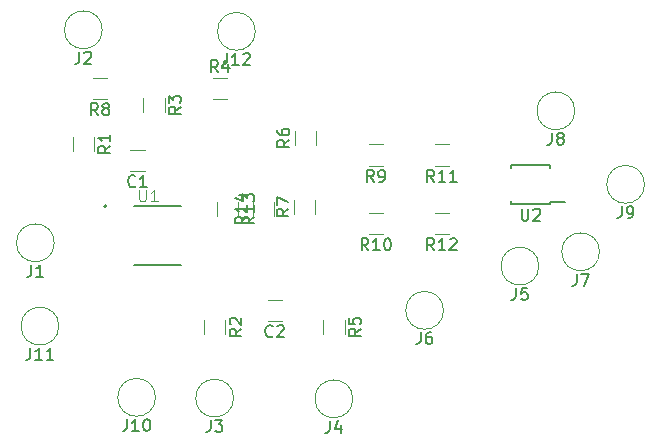
<source format=gbr>
%TF.GenerationSoftware,KiCad,Pcbnew,5.1.6-c6e7f7d~86~ubuntu18.04.1*%
%TF.CreationDate,2020-08-21T18:27:22+12:00*%
%TF.ProjectId,Biasing and 10V Test,42696173-696e-4672-9061-6e6420313056,rev?*%
%TF.SameCoordinates,Original*%
%TF.FileFunction,Legend,Top*%
%TF.FilePolarity,Positive*%
%FSLAX46Y46*%
G04 Gerber Fmt 4.6, Leading zero omitted, Abs format (unit mm)*
G04 Created by KiCad (PCBNEW 5.1.6-c6e7f7d~86~ubuntu18.04.1) date 2020-08-21 18:27:22*
%MOMM*%
%LPD*%
G01*
G04 APERTURE LIST*
%ADD10C,0.120000*%
%ADD11C,0.127000*%
%ADD12C,0.200000*%
%ADD13C,0.150000*%
%ADD14C,0.015000*%
G04 APERTURE END LIST*
D10*
%TO.C,C1*%
X120620064Y-74379500D02*
X119415936Y-74379500D01*
X120620064Y-72559500D02*
X119415936Y-72559500D01*
%TO.C,C2*%
X132240564Y-85259500D02*
X131036436Y-85259500D01*
X132240564Y-87079500D02*
X131036436Y-87079500D01*
%TO.C,J1*%
X112979781Y-80454500D02*
G75*
G03*
X112979781Y-80454500I-1600781J0D01*
G01*
%TO.C,J2*%
X117043781Y-62420500D02*
G75*
G03*
X117043781Y-62420500I-1600781J0D01*
G01*
%TO.C,J3*%
X128156281Y-93599000D02*
G75*
G03*
X128156281Y-93599000I-1600781J0D01*
G01*
%TO.C,J4*%
X138252781Y-93662500D02*
G75*
G03*
X138252781Y-93662500I-1600781J0D01*
G01*
%TO.C,J5*%
X154000781Y-82423000D02*
G75*
G03*
X154000781Y-82423000I-1600781J0D01*
G01*
%TO.C,J6*%
X145936281Y-86169500D02*
G75*
G03*
X145936281Y-86169500I-1600781J0D01*
G01*
%TO.C,J7*%
X159144281Y-81216500D02*
G75*
G03*
X159144281Y-81216500I-1600781J0D01*
G01*
%TO.C,J8*%
X157048781Y-69278500D02*
G75*
G03*
X157048781Y-69278500I-1600781J0D01*
G01*
%TO.C,J9*%
X162954281Y-75501500D02*
G75*
G03*
X162954281Y-75501500I-1600781J0D01*
G01*
%TO.C,J10*%
X121552281Y-93535500D02*
G75*
G03*
X121552281Y-93535500I-1600781J0D01*
G01*
%TO.C,R1*%
X114533000Y-71467436D02*
X114533000Y-72671564D01*
X116353000Y-71467436D02*
X116353000Y-72671564D01*
%TO.C,R2*%
X125645500Y-86961436D02*
X125645500Y-88165564D01*
X127465500Y-86961436D02*
X127465500Y-88165564D01*
%TO.C,R3*%
X122322000Y-68171436D02*
X122322000Y-69375564D01*
X120502000Y-68171436D02*
X120502000Y-69375564D01*
%TO.C,R4*%
X126400936Y-68283500D02*
X127605064Y-68283500D01*
X126400936Y-66463500D02*
X127605064Y-66463500D01*
%TO.C,R5*%
X135742000Y-86967436D02*
X135742000Y-88171564D01*
X137562000Y-86967436D02*
X137562000Y-88171564D01*
%TO.C,R6*%
X135149000Y-72169564D02*
X135149000Y-70965436D01*
X133329000Y-72169564D02*
X133329000Y-70965436D01*
%TO.C,R7*%
X135085500Y-78008564D02*
X135085500Y-76804436D01*
X133265500Y-78008564D02*
X133265500Y-76804436D01*
%TO.C,R8*%
X117445064Y-68283500D02*
X116240936Y-68283500D01*
X117445064Y-66463500D02*
X116240936Y-66463500D01*
%TO.C,R9*%
X140807064Y-73935000D02*
X139602936Y-73935000D01*
X140807064Y-72115000D02*
X139602936Y-72115000D01*
%TO.C,R10*%
X140813064Y-79713500D02*
X139608936Y-79713500D01*
X140813064Y-77893500D02*
X139608936Y-77893500D01*
%TO.C,R11*%
X146395064Y-73935000D02*
X145190936Y-73935000D01*
X146395064Y-72115000D02*
X145190936Y-72115000D01*
%TO.C,R12*%
X146395064Y-77893500D02*
X145190936Y-77893500D01*
X146395064Y-79713500D02*
X145190936Y-79713500D01*
%TO.C,R13*%
X128545000Y-76994936D02*
X128545000Y-78199064D01*
X126725000Y-76994936D02*
X126725000Y-78199064D01*
%TO.C,R14*%
X129773000Y-78196064D02*
X129773000Y-76991936D01*
X131593000Y-78196064D02*
X131593000Y-76991936D01*
D11*
%TO.C,U1*%
X119729500Y-82329500D02*
X123729500Y-82329500D01*
X119729500Y-77309500D02*
X123729500Y-77309500D01*
D12*
X117384500Y-77344500D02*
G75*
G03*
X117384500Y-77344500I-100000J0D01*
G01*
D13*
%TO.C,U2*%
X154986500Y-76967500D02*
X156211500Y-76967500D01*
X154986500Y-73842500D02*
X151636500Y-73842500D01*
X154986500Y-77192500D02*
X151636500Y-77192500D01*
X154986500Y-73842500D02*
X154986500Y-74142500D01*
X151636500Y-73842500D02*
X151636500Y-74142500D01*
X151636500Y-77192500D02*
X151636500Y-76892500D01*
X154986500Y-77192500D02*
X154986500Y-76967500D01*
D10*
%TO.C,J11*%
X113360781Y-87503000D02*
G75*
G03*
X113360781Y-87503000I-1600781J0D01*
G01*
%TO.C,J12*%
X129997781Y-62547500D02*
G75*
G03*
X129997781Y-62547500I-1600781J0D01*
G01*
%TO.C,C1*%
D13*
X119851333Y-75646642D02*
X119803714Y-75694261D01*
X119660857Y-75741880D01*
X119565619Y-75741880D01*
X119422761Y-75694261D01*
X119327523Y-75599023D01*
X119279904Y-75503785D01*
X119232285Y-75313309D01*
X119232285Y-75170452D01*
X119279904Y-74979976D01*
X119327523Y-74884738D01*
X119422761Y-74789500D01*
X119565619Y-74741880D01*
X119660857Y-74741880D01*
X119803714Y-74789500D01*
X119851333Y-74837119D01*
X120803714Y-75741880D02*
X120232285Y-75741880D01*
X120518000Y-75741880D02*
X120518000Y-74741880D01*
X120422761Y-74884738D01*
X120327523Y-74979976D01*
X120232285Y-75027595D01*
%TO.C,C2*%
X131471833Y-88346642D02*
X131424214Y-88394261D01*
X131281357Y-88441880D01*
X131186119Y-88441880D01*
X131043261Y-88394261D01*
X130948023Y-88299023D01*
X130900404Y-88203785D01*
X130852785Y-88013309D01*
X130852785Y-87870452D01*
X130900404Y-87679976D01*
X130948023Y-87584738D01*
X131043261Y-87489500D01*
X131186119Y-87441880D01*
X131281357Y-87441880D01*
X131424214Y-87489500D01*
X131471833Y-87537119D01*
X131852785Y-87537119D02*
X131900404Y-87489500D01*
X131995642Y-87441880D01*
X132233738Y-87441880D01*
X132328976Y-87489500D01*
X132376595Y-87537119D01*
X132424214Y-87632357D01*
X132424214Y-87727595D01*
X132376595Y-87870452D01*
X131805166Y-88441880D01*
X132424214Y-88441880D01*
%TO.C,J1*%
X111045666Y-82306880D02*
X111045666Y-83021166D01*
X110998047Y-83164023D01*
X110902809Y-83259261D01*
X110759952Y-83306880D01*
X110664714Y-83306880D01*
X112045666Y-83306880D02*
X111474238Y-83306880D01*
X111759952Y-83306880D02*
X111759952Y-82306880D01*
X111664714Y-82449738D01*
X111569476Y-82544976D01*
X111474238Y-82592595D01*
%TO.C,J2*%
X115109666Y-64272880D02*
X115109666Y-64987166D01*
X115062047Y-65130023D01*
X114966809Y-65225261D01*
X114823952Y-65272880D01*
X114728714Y-65272880D01*
X115538238Y-64368119D02*
X115585857Y-64320500D01*
X115681095Y-64272880D01*
X115919190Y-64272880D01*
X116014428Y-64320500D01*
X116062047Y-64368119D01*
X116109666Y-64463357D01*
X116109666Y-64558595D01*
X116062047Y-64701452D01*
X115490619Y-65272880D01*
X116109666Y-65272880D01*
%TO.C,J3*%
X126222166Y-95451380D02*
X126222166Y-96165666D01*
X126174547Y-96308523D01*
X126079309Y-96403761D01*
X125936452Y-96451380D01*
X125841214Y-96451380D01*
X126603119Y-95451380D02*
X127222166Y-95451380D01*
X126888833Y-95832333D01*
X127031690Y-95832333D01*
X127126928Y-95879952D01*
X127174547Y-95927571D01*
X127222166Y-96022809D01*
X127222166Y-96260904D01*
X127174547Y-96356142D01*
X127126928Y-96403761D01*
X127031690Y-96451380D01*
X126745976Y-96451380D01*
X126650738Y-96403761D01*
X126603119Y-96356142D01*
%TO.C,J4*%
X136318666Y-95514880D02*
X136318666Y-96229166D01*
X136271047Y-96372023D01*
X136175809Y-96467261D01*
X136032952Y-96514880D01*
X135937714Y-96514880D01*
X137223428Y-95848214D02*
X137223428Y-96514880D01*
X136985333Y-95467261D02*
X136747238Y-96181547D01*
X137366285Y-96181547D01*
%TO.C,J5*%
X152066666Y-84275380D02*
X152066666Y-84989666D01*
X152019047Y-85132523D01*
X151923809Y-85227761D01*
X151780952Y-85275380D01*
X151685714Y-85275380D01*
X153019047Y-84275380D02*
X152542857Y-84275380D01*
X152495238Y-84751571D01*
X152542857Y-84703952D01*
X152638095Y-84656333D01*
X152876190Y-84656333D01*
X152971428Y-84703952D01*
X153019047Y-84751571D01*
X153066666Y-84846809D01*
X153066666Y-85084904D01*
X153019047Y-85180142D01*
X152971428Y-85227761D01*
X152876190Y-85275380D01*
X152638095Y-85275380D01*
X152542857Y-85227761D01*
X152495238Y-85180142D01*
%TO.C,J6*%
X144002166Y-88021880D02*
X144002166Y-88736166D01*
X143954547Y-88879023D01*
X143859309Y-88974261D01*
X143716452Y-89021880D01*
X143621214Y-89021880D01*
X144906928Y-88021880D02*
X144716452Y-88021880D01*
X144621214Y-88069500D01*
X144573595Y-88117119D01*
X144478357Y-88259976D01*
X144430738Y-88450452D01*
X144430738Y-88831404D01*
X144478357Y-88926642D01*
X144525976Y-88974261D01*
X144621214Y-89021880D01*
X144811690Y-89021880D01*
X144906928Y-88974261D01*
X144954547Y-88926642D01*
X145002166Y-88831404D01*
X145002166Y-88593309D01*
X144954547Y-88498071D01*
X144906928Y-88450452D01*
X144811690Y-88402833D01*
X144621214Y-88402833D01*
X144525976Y-88450452D01*
X144478357Y-88498071D01*
X144430738Y-88593309D01*
%TO.C,J7*%
X157210166Y-83068880D02*
X157210166Y-83783166D01*
X157162547Y-83926023D01*
X157067309Y-84021261D01*
X156924452Y-84068880D01*
X156829214Y-84068880D01*
X157591119Y-83068880D02*
X158257785Y-83068880D01*
X157829214Y-84068880D01*
%TO.C,J8*%
X155114666Y-71130880D02*
X155114666Y-71845166D01*
X155067047Y-71988023D01*
X154971809Y-72083261D01*
X154828952Y-72130880D01*
X154733714Y-72130880D01*
X155733714Y-71559452D02*
X155638476Y-71511833D01*
X155590857Y-71464214D01*
X155543238Y-71368976D01*
X155543238Y-71321357D01*
X155590857Y-71226119D01*
X155638476Y-71178500D01*
X155733714Y-71130880D01*
X155924190Y-71130880D01*
X156019428Y-71178500D01*
X156067047Y-71226119D01*
X156114666Y-71321357D01*
X156114666Y-71368976D01*
X156067047Y-71464214D01*
X156019428Y-71511833D01*
X155924190Y-71559452D01*
X155733714Y-71559452D01*
X155638476Y-71607071D01*
X155590857Y-71654690D01*
X155543238Y-71749928D01*
X155543238Y-71940404D01*
X155590857Y-72035642D01*
X155638476Y-72083261D01*
X155733714Y-72130880D01*
X155924190Y-72130880D01*
X156019428Y-72083261D01*
X156067047Y-72035642D01*
X156114666Y-71940404D01*
X156114666Y-71749928D01*
X156067047Y-71654690D01*
X156019428Y-71607071D01*
X155924190Y-71559452D01*
%TO.C,J9*%
X161020166Y-77353880D02*
X161020166Y-78068166D01*
X160972547Y-78211023D01*
X160877309Y-78306261D01*
X160734452Y-78353880D01*
X160639214Y-78353880D01*
X161543976Y-78353880D02*
X161734452Y-78353880D01*
X161829690Y-78306261D01*
X161877309Y-78258642D01*
X161972547Y-78115785D01*
X162020166Y-77925309D01*
X162020166Y-77544357D01*
X161972547Y-77449119D01*
X161924928Y-77401500D01*
X161829690Y-77353880D01*
X161639214Y-77353880D01*
X161543976Y-77401500D01*
X161496357Y-77449119D01*
X161448738Y-77544357D01*
X161448738Y-77782452D01*
X161496357Y-77877690D01*
X161543976Y-77925309D01*
X161639214Y-77972928D01*
X161829690Y-77972928D01*
X161924928Y-77925309D01*
X161972547Y-77877690D01*
X162020166Y-77782452D01*
%TO.C,J10*%
X119141976Y-95387880D02*
X119141976Y-96102166D01*
X119094357Y-96245023D01*
X118999119Y-96340261D01*
X118856261Y-96387880D01*
X118761023Y-96387880D01*
X120141976Y-96387880D02*
X119570547Y-96387880D01*
X119856261Y-96387880D02*
X119856261Y-95387880D01*
X119761023Y-95530738D01*
X119665785Y-95625976D01*
X119570547Y-95673595D01*
X120761023Y-95387880D02*
X120856261Y-95387880D01*
X120951500Y-95435500D01*
X120999119Y-95483119D01*
X121046738Y-95578357D01*
X121094357Y-95768833D01*
X121094357Y-96006928D01*
X121046738Y-96197404D01*
X120999119Y-96292642D01*
X120951500Y-96340261D01*
X120856261Y-96387880D01*
X120761023Y-96387880D01*
X120665785Y-96340261D01*
X120618166Y-96292642D01*
X120570547Y-96197404D01*
X120522928Y-96006928D01*
X120522928Y-95768833D01*
X120570547Y-95578357D01*
X120618166Y-95483119D01*
X120665785Y-95435500D01*
X120761023Y-95387880D01*
%TO.C,R1*%
X117715380Y-72236166D02*
X117239190Y-72569500D01*
X117715380Y-72807595D02*
X116715380Y-72807595D01*
X116715380Y-72426642D01*
X116763000Y-72331404D01*
X116810619Y-72283785D01*
X116905857Y-72236166D01*
X117048714Y-72236166D01*
X117143952Y-72283785D01*
X117191571Y-72331404D01*
X117239190Y-72426642D01*
X117239190Y-72807595D01*
X117715380Y-71283785D02*
X117715380Y-71855214D01*
X117715380Y-71569500D02*
X116715380Y-71569500D01*
X116858238Y-71664738D01*
X116953476Y-71759976D01*
X117001095Y-71855214D01*
%TO.C,R2*%
X128827880Y-87730166D02*
X128351690Y-88063500D01*
X128827880Y-88301595D02*
X127827880Y-88301595D01*
X127827880Y-87920642D01*
X127875500Y-87825404D01*
X127923119Y-87777785D01*
X128018357Y-87730166D01*
X128161214Y-87730166D01*
X128256452Y-87777785D01*
X128304071Y-87825404D01*
X128351690Y-87920642D01*
X128351690Y-88301595D01*
X127923119Y-87349214D02*
X127875500Y-87301595D01*
X127827880Y-87206357D01*
X127827880Y-86968261D01*
X127875500Y-86873023D01*
X127923119Y-86825404D01*
X128018357Y-86777785D01*
X128113595Y-86777785D01*
X128256452Y-86825404D01*
X128827880Y-87396833D01*
X128827880Y-86777785D01*
%TO.C,R3*%
X123684380Y-68940166D02*
X123208190Y-69273500D01*
X123684380Y-69511595D02*
X122684380Y-69511595D01*
X122684380Y-69130642D01*
X122732000Y-69035404D01*
X122779619Y-68987785D01*
X122874857Y-68940166D01*
X123017714Y-68940166D01*
X123112952Y-68987785D01*
X123160571Y-69035404D01*
X123208190Y-69130642D01*
X123208190Y-69511595D01*
X122684380Y-68606833D02*
X122684380Y-67987785D01*
X123065333Y-68321119D01*
X123065333Y-68178261D01*
X123112952Y-68083023D01*
X123160571Y-68035404D01*
X123255809Y-67987785D01*
X123493904Y-67987785D01*
X123589142Y-68035404D01*
X123636761Y-68083023D01*
X123684380Y-68178261D01*
X123684380Y-68463976D01*
X123636761Y-68559214D01*
X123589142Y-68606833D01*
%TO.C,R4*%
X126836333Y-66005880D02*
X126503000Y-65529690D01*
X126264904Y-66005880D02*
X126264904Y-65005880D01*
X126645857Y-65005880D01*
X126741095Y-65053500D01*
X126788714Y-65101119D01*
X126836333Y-65196357D01*
X126836333Y-65339214D01*
X126788714Y-65434452D01*
X126741095Y-65482071D01*
X126645857Y-65529690D01*
X126264904Y-65529690D01*
X127693476Y-65339214D02*
X127693476Y-66005880D01*
X127455380Y-64958261D02*
X127217285Y-65672547D01*
X127836333Y-65672547D01*
%TO.C,R5*%
X138924380Y-87736166D02*
X138448190Y-88069500D01*
X138924380Y-88307595D02*
X137924380Y-88307595D01*
X137924380Y-87926642D01*
X137972000Y-87831404D01*
X138019619Y-87783785D01*
X138114857Y-87736166D01*
X138257714Y-87736166D01*
X138352952Y-87783785D01*
X138400571Y-87831404D01*
X138448190Y-87926642D01*
X138448190Y-88307595D01*
X137924380Y-86831404D02*
X137924380Y-87307595D01*
X138400571Y-87355214D01*
X138352952Y-87307595D01*
X138305333Y-87212357D01*
X138305333Y-86974261D01*
X138352952Y-86879023D01*
X138400571Y-86831404D01*
X138495809Y-86783785D01*
X138733904Y-86783785D01*
X138829142Y-86831404D01*
X138876761Y-86879023D01*
X138924380Y-86974261D01*
X138924380Y-87212357D01*
X138876761Y-87307595D01*
X138829142Y-87355214D01*
%TO.C,R6*%
X132871380Y-71734166D02*
X132395190Y-72067500D01*
X132871380Y-72305595D02*
X131871380Y-72305595D01*
X131871380Y-71924642D01*
X131919000Y-71829404D01*
X131966619Y-71781785D01*
X132061857Y-71734166D01*
X132204714Y-71734166D01*
X132299952Y-71781785D01*
X132347571Y-71829404D01*
X132395190Y-71924642D01*
X132395190Y-72305595D01*
X131871380Y-70877023D02*
X131871380Y-71067500D01*
X131919000Y-71162738D01*
X131966619Y-71210357D01*
X132109476Y-71305595D01*
X132299952Y-71353214D01*
X132680904Y-71353214D01*
X132776142Y-71305595D01*
X132823761Y-71257976D01*
X132871380Y-71162738D01*
X132871380Y-70972261D01*
X132823761Y-70877023D01*
X132776142Y-70829404D01*
X132680904Y-70781785D01*
X132442809Y-70781785D01*
X132347571Y-70829404D01*
X132299952Y-70877023D01*
X132252333Y-70972261D01*
X132252333Y-71162738D01*
X132299952Y-71257976D01*
X132347571Y-71305595D01*
X132442809Y-71353214D01*
%TO.C,R7*%
X132807880Y-77573166D02*
X132331690Y-77906500D01*
X132807880Y-78144595D02*
X131807880Y-78144595D01*
X131807880Y-77763642D01*
X131855500Y-77668404D01*
X131903119Y-77620785D01*
X131998357Y-77573166D01*
X132141214Y-77573166D01*
X132236452Y-77620785D01*
X132284071Y-77668404D01*
X132331690Y-77763642D01*
X132331690Y-78144595D01*
X131807880Y-77239833D02*
X131807880Y-76573166D01*
X132807880Y-77001738D01*
%TO.C,R8*%
X116676333Y-69645880D02*
X116343000Y-69169690D01*
X116104904Y-69645880D02*
X116104904Y-68645880D01*
X116485857Y-68645880D01*
X116581095Y-68693500D01*
X116628714Y-68741119D01*
X116676333Y-68836357D01*
X116676333Y-68979214D01*
X116628714Y-69074452D01*
X116581095Y-69122071D01*
X116485857Y-69169690D01*
X116104904Y-69169690D01*
X117247761Y-69074452D02*
X117152523Y-69026833D01*
X117104904Y-68979214D01*
X117057285Y-68883976D01*
X117057285Y-68836357D01*
X117104904Y-68741119D01*
X117152523Y-68693500D01*
X117247761Y-68645880D01*
X117438238Y-68645880D01*
X117533476Y-68693500D01*
X117581095Y-68741119D01*
X117628714Y-68836357D01*
X117628714Y-68883976D01*
X117581095Y-68979214D01*
X117533476Y-69026833D01*
X117438238Y-69074452D01*
X117247761Y-69074452D01*
X117152523Y-69122071D01*
X117104904Y-69169690D01*
X117057285Y-69264928D01*
X117057285Y-69455404D01*
X117104904Y-69550642D01*
X117152523Y-69598261D01*
X117247761Y-69645880D01*
X117438238Y-69645880D01*
X117533476Y-69598261D01*
X117581095Y-69550642D01*
X117628714Y-69455404D01*
X117628714Y-69264928D01*
X117581095Y-69169690D01*
X117533476Y-69122071D01*
X117438238Y-69074452D01*
%TO.C,R9*%
X140038333Y-75297380D02*
X139705000Y-74821190D01*
X139466904Y-75297380D02*
X139466904Y-74297380D01*
X139847857Y-74297380D01*
X139943095Y-74345000D01*
X139990714Y-74392619D01*
X140038333Y-74487857D01*
X140038333Y-74630714D01*
X139990714Y-74725952D01*
X139943095Y-74773571D01*
X139847857Y-74821190D01*
X139466904Y-74821190D01*
X140514523Y-75297380D02*
X140705000Y-75297380D01*
X140800238Y-75249761D01*
X140847857Y-75202142D01*
X140943095Y-75059285D01*
X140990714Y-74868809D01*
X140990714Y-74487857D01*
X140943095Y-74392619D01*
X140895476Y-74345000D01*
X140800238Y-74297380D01*
X140609761Y-74297380D01*
X140514523Y-74345000D01*
X140466904Y-74392619D01*
X140419285Y-74487857D01*
X140419285Y-74725952D01*
X140466904Y-74821190D01*
X140514523Y-74868809D01*
X140609761Y-74916428D01*
X140800238Y-74916428D01*
X140895476Y-74868809D01*
X140943095Y-74821190D01*
X140990714Y-74725952D01*
%TO.C,R10*%
X139568142Y-81075880D02*
X139234809Y-80599690D01*
X138996714Y-81075880D02*
X138996714Y-80075880D01*
X139377666Y-80075880D01*
X139472904Y-80123500D01*
X139520523Y-80171119D01*
X139568142Y-80266357D01*
X139568142Y-80409214D01*
X139520523Y-80504452D01*
X139472904Y-80552071D01*
X139377666Y-80599690D01*
X138996714Y-80599690D01*
X140520523Y-81075880D02*
X139949095Y-81075880D01*
X140234809Y-81075880D02*
X140234809Y-80075880D01*
X140139571Y-80218738D01*
X140044333Y-80313976D01*
X139949095Y-80361595D01*
X141139571Y-80075880D02*
X141234809Y-80075880D01*
X141330047Y-80123500D01*
X141377666Y-80171119D01*
X141425285Y-80266357D01*
X141472904Y-80456833D01*
X141472904Y-80694928D01*
X141425285Y-80885404D01*
X141377666Y-80980642D01*
X141330047Y-81028261D01*
X141234809Y-81075880D01*
X141139571Y-81075880D01*
X141044333Y-81028261D01*
X140996714Y-80980642D01*
X140949095Y-80885404D01*
X140901476Y-80694928D01*
X140901476Y-80456833D01*
X140949095Y-80266357D01*
X140996714Y-80171119D01*
X141044333Y-80123500D01*
X141139571Y-80075880D01*
%TO.C,R11*%
X145150142Y-75297380D02*
X144816809Y-74821190D01*
X144578714Y-75297380D02*
X144578714Y-74297380D01*
X144959666Y-74297380D01*
X145054904Y-74345000D01*
X145102523Y-74392619D01*
X145150142Y-74487857D01*
X145150142Y-74630714D01*
X145102523Y-74725952D01*
X145054904Y-74773571D01*
X144959666Y-74821190D01*
X144578714Y-74821190D01*
X146102523Y-75297380D02*
X145531095Y-75297380D01*
X145816809Y-75297380D02*
X145816809Y-74297380D01*
X145721571Y-74440238D01*
X145626333Y-74535476D01*
X145531095Y-74583095D01*
X147054904Y-75297380D02*
X146483476Y-75297380D01*
X146769190Y-75297380D02*
X146769190Y-74297380D01*
X146673952Y-74440238D01*
X146578714Y-74535476D01*
X146483476Y-74583095D01*
%TO.C,R12*%
X145150142Y-81075880D02*
X144816809Y-80599690D01*
X144578714Y-81075880D02*
X144578714Y-80075880D01*
X144959666Y-80075880D01*
X145054904Y-80123500D01*
X145102523Y-80171119D01*
X145150142Y-80266357D01*
X145150142Y-80409214D01*
X145102523Y-80504452D01*
X145054904Y-80552071D01*
X144959666Y-80599690D01*
X144578714Y-80599690D01*
X146102523Y-81075880D02*
X145531095Y-81075880D01*
X145816809Y-81075880D02*
X145816809Y-80075880D01*
X145721571Y-80218738D01*
X145626333Y-80313976D01*
X145531095Y-80361595D01*
X146483476Y-80171119D02*
X146531095Y-80123500D01*
X146626333Y-80075880D01*
X146864428Y-80075880D01*
X146959666Y-80123500D01*
X147007285Y-80171119D01*
X147054904Y-80266357D01*
X147054904Y-80361595D01*
X147007285Y-80504452D01*
X146435857Y-81075880D01*
X147054904Y-81075880D01*
%TO.C,R13*%
X129907380Y-78239857D02*
X129431190Y-78573190D01*
X129907380Y-78811285D02*
X128907380Y-78811285D01*
X128907380Y-78430333D01*
X128955000Y-78335095D01*
X129002619Y-78287476D01*
X129097857Y-78239857D01*
X129240714Y-78239857D01*
X129335952Y-78287476D01*
X129383571Y-78335095D01*
X129431190Y-78430333D01*
X129431190Y-78811285D01*
X129907380Y-77287476D02*
X129907380Y-77858904D01*
X129907380Y-77573190D02*
X128907380Y-77573190D01*
X129050238Y-77668428D01*
X129145476Y-77763666D01*
X129193095Y-77858904D01*
X128907380Y-76954142D02*
X128907380Y-76335095D01*
X129288333Y-76668428D01*
X129288333Y-76525571D01*
X129335952Y-76430333D01*
X129383571Y-76382714D01*
X129478809Y-76335095D01*
X129716904Y-76335095D01*
X129812142Y-76382714D01*
X129859761Y-76430333D01*
X129907380Y-76525571D01*
X129907380Y-76811285D01*
X129859761Y-76906523D01*
X129812142Y-76954142D01*
%TO.C,R14*%
X129315380Y-78236857D02*
X128839190Y-78570190D01*
X129315380Y-78808285D02*
X128315380Y-78808285D01*
X128315380Y-78427333D01*
X128363000Y-78332095D01*
X128410619Y-78284476D01*
X128505857Y-78236857D01*
X128648714Y-78236857D01*
X128743952Y-78284476D01*
X128791571Y-78332095D01*
X128839190Y-78427333D01*
X128839190Y-78808285D01*
X129315380Y-77284476D02*
X129315380Y-77855904D01*
X129315380Y-77570190D02*
X128315380Y-77570190D01*
X128458238Y-77665428D01*
X128553476Y-77760666D01*
X128601095Y-77855904D01*
X128648714Y-76427333D02*
X129315380Y-76427333D01*
X128267761Y-76665428D02*
X128982047Y-76903523D01*
X128982047Y-76284476D01*
%TO.C,U1*%
D14*
X120172595Y-75949880D02*
X120172595Y-76759404D01*
X120220214Y-76854642D01*
X120267833Y-76902261D01*
X120363071Y-76949880D01*
X120553547Y-76949880D01*
X120648785Y-76902261D01*
X120696404Y-76854642D01*
X120744023Y-76759404D01*
X120744023Y-75949880D01*
X121744023Y-76949880D02*
X121172595Y-76949880D01*
X121458309Y-76949880D02*
X121458309Y-75949880D01*
X121363071Y-76092738D01*
X121267833Y-76187976D01*
X121172595Y-76235595D01*
%TO.C,U2*%
D13*
X152549595Y-77569880D02*
X152549595Y-78379404D01*
X152597214Y-78474642D01*
X152644833Y-78522261D01*
X152740071Y-78569880D01*
X152930547Y-78569880D01*
X153025785Y-78522261D01*
X153073404Y-78474642D01*
X153121023Y-78379404D01*
X153121023Y-77569880D01*
X153549595Y-77665119D02*
X153597214Y-77617500D01*
X153692452Y-77569880D01*
X153930547Y-77569880D01*
X154025785Y-77617500D01*
X154073404Y-77665119D01*
X154121023Y-77760357D01*
X154121023Y-77855595D01*
X154073404Y-77998452D01*
X153501976Y-78569880D01*
X154121023Y-78569880D01*
%TO.C,J11*%
X110950476Y-89355380D02*
X110950476Y-90069666D01*
X110902857Y-90212523D01*
X110807619Y-90307761D01*
X110664761Y-90355380D01*
X110569523Y-90355380D01*
X111950476Y-90355380D02*
X111379047Y-90355380D01*
X111664761Y-90355380D02*
X111664761Y-89355380D01*
X111569523Y-89498238D01*
X111474285Y-89593476D01*
X111379047Y-89641095D01*
X112902857Y-90355380D02*
X112331428Y-90355380D01*
X112617142Y-90355380D02*
X112617142Y-89355380D01*
X112521904Y-89498238D01*
X112426666Y-89593476D01*
X112331428Y-89641095D01*
%TO.C,J12*%
X127587476Y-64399880D02*
X127587476Y-65114166D01*
X127539857Y-65257023D01*
X127444619Y-65352261D01*
X127301761Y-65399880D01*
X127206523Y-65399880D01*
X128587476Y-65399880D02*
X128016047Y-65399880D01*
X128301761Y-65399880D02*
X128301761Y-64399880D01*
X128206523Y-64542738D01*
X128111285Y-64637976D01*
X128016047Y-64685595D01*
X128968428Y-64495119D02*
X129016047Y-64447500D01*
X129111285Y-64399880D01*
X129349380Y-64399880D01*
X129444619Y-64447500D01*
X129492238Y-64495119D01*
X129539857Y-64590357D01*
X129539857Y-64685595D01*
X129492238Y-64828452D01*
X128920809Y-65399880D01*
X129539857Y-65399880D01*
%TD*%
M02*

</source>
